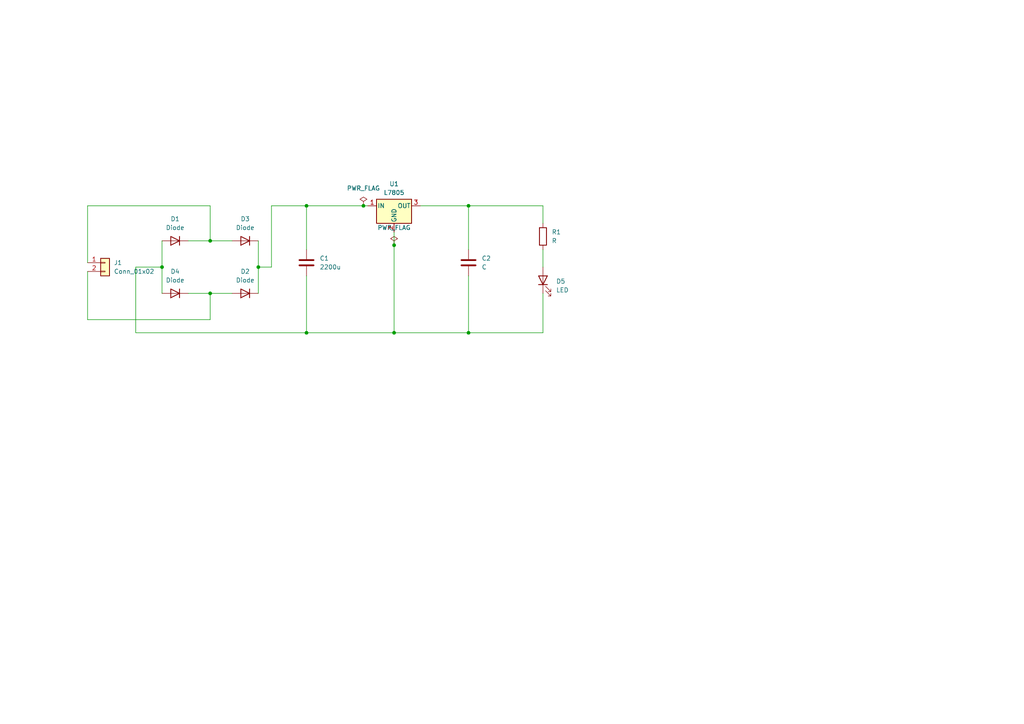
<source format=kicad_sch>
(kicad_sch (version 20231120) (generator "eeschema") (generator_version "8.0")
  (paper "A4")
  (lib_symbols
    (symbol "Connector_Generic:Conn_01x02" (pin_names (offset 1.016) hide)
      (property "Reference" "J" (at 0 2.54 0))
      (property "Value" "Conn_01x02" (at 0 -5.08 0))
      (symbol "Conn_01x02_1_1"
        (rectangle (start -1.27 -2.413) (end 0 -2.667) (stroke (width 0.1524)))
        (rectangle (start -1.27 0.127) (end 0 -0.127) (stroke (width 0.1524)))
        (rectangle (start -1.27 1.27) (end 1.27 -3.81) (stroke (width 0.254)) (fill (type background)))
        (pin passive line (at -5.08 0 0) (length 3.81) (name "Pin_1") (number "1"))
        (pin passive line (at -5.08 -2.54 0) (length 3.81) (name "Pin_2") (number "2"))
      )
    )
    (symbol "Device:C" (pin_numbers hide) (pin_names (offset 0.254))
      (property "Reference" "C" (at 0.635 2.54 0))
      (property "Value" "C" (at 0.635 -2.54 0))
      (symbol "C_0_1"
        (polyline (pts (xy -2.032 -0.762) (xy 2.032 -0.762)) (stroke (width 0.508)))
        (polyline (pts (xy -2.032 0.762) (xy 2.032 0.762)) (stroke (width 0.508)))
      )
      (symbol "C_1_1"
        (pin passive line (at 0 3.81 270) (length 2.794) (name "~") (number "1"))
        (pin passive line (at 0 -3.81 90) (length 2.794) (name "~") (number "2"))
      )
    )
    (symbol "Device:LED" (pin_numbers hide) (pin_names (offset 1.016) hide)
      (property "Reference" "D" (at 0 2.54 0))
      (property "Value" "LED" (at 0 -2.54 0))
      (symbol "LED_0_1"
        (polyline (pts (xy -1.27 -1.27) (xy -1.27 1.27)) (stroke (width 0.254)))
        (polyline (pts (xy -1.27 0) (xy 1.27 0)))
        (polyline (pts (xy 1.27 -1.27) (xy 1.27 1.27) (xy -1.27 0) (xy 1.27 -1.27)) (stroke (width 0.254)))
        (polyline (pts (xy -3.048 -0.762) (xy -4.572 -2.286) (xy -3.81 -2.286) (xy -4.572 -2.286) (xy -4.572 -1.524)))
        (polyline (pts (xy -1.778 -0.762) (xy -3.302 -2.286) (xy -2.54 -2.286) (xy -3.302 -2.286) (xy -3.302 -1.524)))
      )
      (symbol "LED_1_1"
        (pin passive line (at -3.81 0 0) (length 2.54) (name "K") (number "1"))
        (pin passive line (at 3.81 0 180) (length 2.54) (name "A") (number "2"))
      )
    )
    (symbol "Device:R" (pin_numbers hide) (pin_names (offset 0))
      (property "Reference" "R" (at 2.032 0 90))
      (property "Value" "R" (at 0 0 90))
      (symbol "R_0_1"
        (rectangle (start -1.016 -2.54) (end 1.016 2.54) (stroke (width 0.254)))
      )
      (symbol "R_1_1"
        (pin passive line (at 0 3.81 270) (length 1.27) (name "~") (number "1"))
        (pin passive line (at 0 -3.81 90) (length 1.27) (name "~") (number "2"))
      )
    )
    (symbol "Regulator_Linear:L7805" (pin_names (offset 0.254))
      (property "Reference" "U" (at -3.81 3.175 0))
      (property "Value" "L7805" (at 0 3.175 0))
      (symbol "L7805_0_1"
        (rectangle (start -5.08 1.905) (end 5.08 -5.08) (stroke (width 0.254)) (fill (type background)))
      )
      (symbol "L7805_1_1"
        (pin power_in line (at -7.62 0 0) (length 2.54) (name "IN") (number "1"))
        (pin power_in line (at 0 -7.62 90) (length 2.54) (name "GND") (number "2"))
        (pin power_out line (at 7.62 0 180) (length 2.54) (name "OUT") (number "3"))
      )
    )
    (symbol "ScottoKeebs:Placeholder_Diode" (pin_numbers hide) (pin_names hide)
      (property "Reference" "D" (at 0 2.54 0))
      (property "Value" "Diode" (at 0 -2.54 0))
      (symbol "Placeholder_Diode_0_1"
        (polyline (pts (xy -1.27 1.27) (xy -1.27 -1.27)) (stroke (width 0.254)))
        (polyline (pts (xy 1.27 0) (xy -1.27 0)))
        (polyline (pts (xy 1.27 1.27) (xy 1.27 -1.27) (xy -1.27 0) (xy 1.27 1.27)) (stroke (width 0.254)))
      )
      (symbol "Placeholder_Diode_1_1"
        (pin passive line (at -3.81 0 0) (length 2.54) (name "K") (number "1"))
        (pin passive line (at 3.81 0 180) (length 2.54) (name "A") (number "2"))
      )
    )
    (symbol "power:PWR_FLAG" (power) (pin_numbers hide) (pin_names (offset 0) hide)
      (property "Value" "PWR_FLAG" (at 0 3.81 0))
      (symbol "PWR_FLAG_0_0"
        (pin power_out line (at 0 0 90) (length 0) (name "~") (number "1"))
      )
      (symbol "PWR_FLAG_0_1"
        (polyline (pts (xy 0 0) (xy 0 1.27) (xy -1.016 1.905) (xy 0 2.54) (xy 1.016 1.905) (xy 0 1.27)))
      )
    )
  )
  (junction (at 88.9 96.52))
  (junction (at 46.99 77.47))
  (junction (at 74.93 77.47))
  (junction (at 135.89 96.52))
  (junction (at 60.96 85.09))
  (junction (at 105.41 59.69))
  (junction (at 114.3 96.52))
  (junction (at 60.96 69.85))
  (junction (at 135.89 59.69))
  (junction (at 114.3 71.12))
  (junction (at 88.9 59.69))
  (wire (pts (xy 39.37 96.52) (xy 88.9 96.52)))
  (wire (pts (xy 114.3 96.52) (xy 135.89 96.52)))
  (wire (pts (xy 46.99 77.47) (xy 39.37 77.47)))
  (wire (pts (xy 135.89 80.01) (xy 135.89 96.52)))
  (wire (pts (xy 46.99 77.47) (xy 46.99 85.09)))
  (wire (pts (xy 88.9 96.52) (xy 114.3 96.52)))
  (wire (pts (xy 157.48 59.69) (xy 157.48 64.77)))
  (wire (pts (xy 60.96 69.85) (xy 67.31 69.85)))
  (wire (pts (xy 88.9 59.69) (xy 88.9 72.39)))
  (wire (pts (xy 54.61 85.09) (xy 60.96 85.09)))
  (wire (pts (xy 114.3 71.12) (xy 114.3 96.52)))
  (wire (pts (xy 25.4 78.74) (xy 25.4 92.71)))
  (wire (pts (xy 114.3 67.31) (xy 114.3 71.12)))
  (wire (pts (xy 54.61 69.85) (xy 60.96 69.85)))
  (wire (pts (xy 78.74 59.69) (xy 78.74 77.47)))
  (wire (pts (xy 39.37 77.47) (xy 39.37 96.52)))
  (wire (pts (xy 157.48 72.39) (xy 157.48 77.47)))
  (wire (pts (xy 88.9 59.69) (xy 78.74 59.69)))
  (wire (pts (xy 106.68 59.69) (xy 105.41 59.69)))
  (wire (pts (xy 25.4 76.2) (xy 25.4 59.69)))
  (wire (pts (xy 25.4 92.71) (xy 60.96 92.71)))
  (wire (pts (xy 135.89 59.69) (xy 157.48 59.69)))
  (wire (pts (xy 88.9 80.01) (xy 88.9 96.52)))
  (wire (pts (xy 60.96 59.69) (xy 60.96 69.85)))
  (wire (pts (xy 46.99 69.85) (xy 46.99 77.47)))
  (wire (pts (xy 105.41 59.69) (xy 88.9 59.69)))
  (wire (pts (xy 25.4 59.69) (xy 60.96 59.69)))
  (wire (pts (xy 157.48 96.52) (xy 157.48 85.09)))
  (wire (pts (xy 74.93 77.47) (xy 74.93 85.09)))
  (wire (pts (xy 60.96 85.09) (xy 67.31 85.09)))
  (wire (pts (xy 60.96 92.71) (xy 60.96 85.09)))
  (wire (pts (xy 78.74 77.47) (xy 74.93 77.47)))
  (wire (pts (xy 135.89 96.52) (xy 157.48 96.52)))
  (wire (pts (xy 135.89 59.69) (xy 135.89 72.39)))
  (wire (pts (xy 121.92 59.69) (xy 135.89 59.69)))
  (wire (pts (xy 74.93 69.85) (xy 74.93 77.47)))
  (symbol (lib_id "Device:C") (at 135.89 76.2 0) (unit 1)
    (property "Reference" "C2" (at 139.7 74.9299 0) (effects (justify left)))
    (property "Value" "C" (at 139.7 77.4699 0) (effects (justify left)))
    (property "Footprint" "Capacitor_THT:C_Disc_D8.0mm_W2.5mm_P5.00mm" (effects (hide yes)))
    (property "Description" "Unpolarized capacitor" (effects (hide yes)))
  )
  (symbol (lib_id "ScottoKeebs:Placeholder_Diode") (at 50.8 69.85 180) (unit 1)
    (property "Reference" "D1" (at 50.8 63.5 0))
    (property "Value" "Diode" (at 50.8 66.04 0))
    (property "Footprint" "Diode_THT:D_DO-15_P10.16mm_Horizontal" (effects (hide yes)))
    (property "Description" "1N4148 (DO-35) or 1N4148W (SOD-123)" (effects (hide yes)))
    (property "Sim.Device" "D" (effects (hide yes)))
    (property "Sim.Pins" "1=K 2=A" (effects (hide yes)))
  )
  (symbol (lib_id "Device:C") (at 88.9 76.2 0) (unit 1)
    (property "Reference" "C1" (at 92.71 74.9299 0) (effects (justify left)))
    (property "Value" "2200u" (at 92.71 77.4699 0) (effects (justify left)))
    (property "Footprint" "Capacitor_THT:CP_Radial_D5.0mm_P2.50mm" (effects (hide yes)))
    (property "Description" "Unpolarized capacitor" (effects (hide yes)))
  )
  (symbol (lib_id "ScottoKeebs:Placeholder_Diode") (at 71.12 69.85 180) (unit 1)
    (property "Reference" "D3" (at 71.12 63.5 0))
    (property "Value" "Diode" (at 71.12 66.04 0))
    (property "Footprint" "Diode_THT:D_DO-15_P10.16mm_Horizontal" (effects (hide yes)))
    (property "Description" "1N4148 (DO-35) or 1N4148W (SOD-123)" (effects (hide yes)))
    (property "Sim.Device" "D" (effects (hide yes)))
    (property "Sim.Pins" "1=K 2=A" (effects (hide yes)))
  )
  (symbol (lib_id "ScottoKeebs:Placeholder_Diode") (at 71.12 85.09 180) (unit 1)
    (property "Reference" "D2" (at 71.12 78.74 0))
    (property "Value" "Diode" (at 71.12 81.28 0))
    (property "Footprint" "Diode_THT:D_DO-15_P10.16mm_Horizontal" (effects (hide yes)))
    (property "Description" "1N4148 (DO-35) or 1N4148W (SOD-123)" (effects (hide yes)))
    (property "Sim.Device" "D" (effects (hide yes)))
    (property "Sim.Pins" "1=K 2=A" (effects (hide yes)))
  )
  (symbol (lib_id "power:PWR_FLAG") (at 105.41 59.69 0) (unit 1)
    (property "Reference" "#FLG01" (effects (hide yes)))
    (property "Value" "PWR_FLAG" (at 105.41 54.61 0))
    (property "Description" "Special symbol for telling ERC where power comes from" (effects (hide yes)))
  )
  (symbol (lib_id "ScottoKeebs:Placeholder_Diode") (at 50.8 85.09 180) (unit 1)
    (property "Reference" "D4" (at 50.8 78.74 0))
    (property "Value" "Diode" (at 50.8 81.28 0))
    (property "Footprint" "Diode_THT:D_DO-15_P10.16mm_Horizontal" (effects (hide yes)))
    (property "Description" "1N4148 (DO-35) or 1N4148W (SOD-123)" (effects (hide yes)))
    (property "Sim.Device" "D" (effects (hide yes)))
    (property "Sim.Pins" "1=K 2=A" (effects (hide yes)))
  )
  (symbol (lib_id "Connector_Generic:Conn_01x02") (at 30.48 76.2 0) (unit 1)
    (property "Reference" "J1" (at 33.02 76.1999 0) (effects (justify left)))
    (property "Value" "Conn_01x02" (at 33.02 78.7399 0) (effects (justify left)))
    (property "Footprint" "Connector:JWT_A3963_1x02_P3.96mm_Vertical" (effects (hide yes)))
    (property "Description" "Generic connector, single row, 01x02, script generated (kicad-library-utils/schlib/autogen/connector/)" (effects (hide yes)))
  )
  (symbol (lib_id "Device:R") (at 157.48 68.58 0) (unit 1)
    (property "Reference" "R1" (at 160.02 67.3099 0) (effects (justify left)))
    (property "Value" "R" (at 160.02 69.8499 0) (effects (justify left)))
    (property "Footprint" "Resistor_THT:R_Axial_DIN0204_L3.6mm_D1.6mm_P2.54mm_Vertical" (effects (hide yes)))
    (property "Description" "Resistor" (effects (hide yes)))
  )
  (symbol (lib_id "power:PWR_FLAG") (at 114.3 71.12 0) (unit 1)
    (property "Reference" "#FLG02" (effects (hide yes)))
    (property "Value" "PWR_FLAG" (at 114.3 66.04 0))
    (property "Description" "Special symbol for telling ERC where power comes from" (effects (hide yes)))
  )
  (symbol (lib_id "Regulator_Linear:L7805") (at 114.3 59.69 0) (unit 1)
    (property "Reference" "U1" (at 114.3 53.34 0))
    (property "Value" "L7805" (at 114.3 55.88 0))
    (property "Footprint" "Package_TO_SOT_THT:TO-220-3_Horizontal_TabUp" (effects (hide yes)))
    (property "Datasheet" "http://www.st.com/content/ccc/resource/technical/document/datasheet/41/4f/b3/b0/12/d4/47/88/CD00000444.pdf/files/CD00000444.pdf/jcr:content/translations/en.CD00000444.pdf" (effects (hide yes)))
    (property "Description" "Positive 1.5A 35V Linear Regulator, Fixed Output 5V, TO-220/TO-263/TO-252" (effects (hide yes)))
  )
  (symbol (lib_id "Device:LED") (at 157.48 81.28 90) (unit 1)
    (property "Reference" "D5" (at 161.29 81.5974 90) (effects (justify right)))
    (property "Value" "LED" (at 161.29 84.1374 90) (effects (justify right)))
    (property "Footprint" "LED_THT:LED_D3.0mm" (effects (hide yes)))
    (property "Description" "Light emitting diode" (effects (hide yes)))
  )
)
</source>
